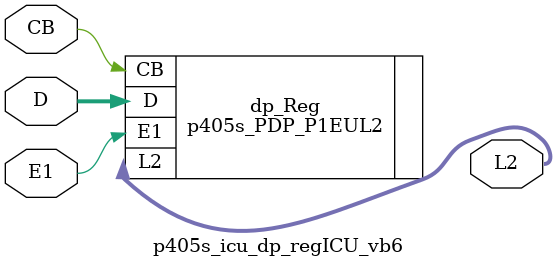
<source format=v>
module p405s_icu_dp_regICU_vb6(
                                CB,
                                D,
                                E1,
                                L2
                               );

    input  CB; 
    input [0:31] D; 
    input  E1; 
    output [0:31] L2; 

p405s_PDP_P1EUL2
 #(32, 1, 1, 1, 2, 0 ) dp_Reg (
                                         .CB  (CB),
                                         .D   (D),
                                         .E1  (E1),
                                         .L2  (L2)
                                         );

endmodule

</source>
